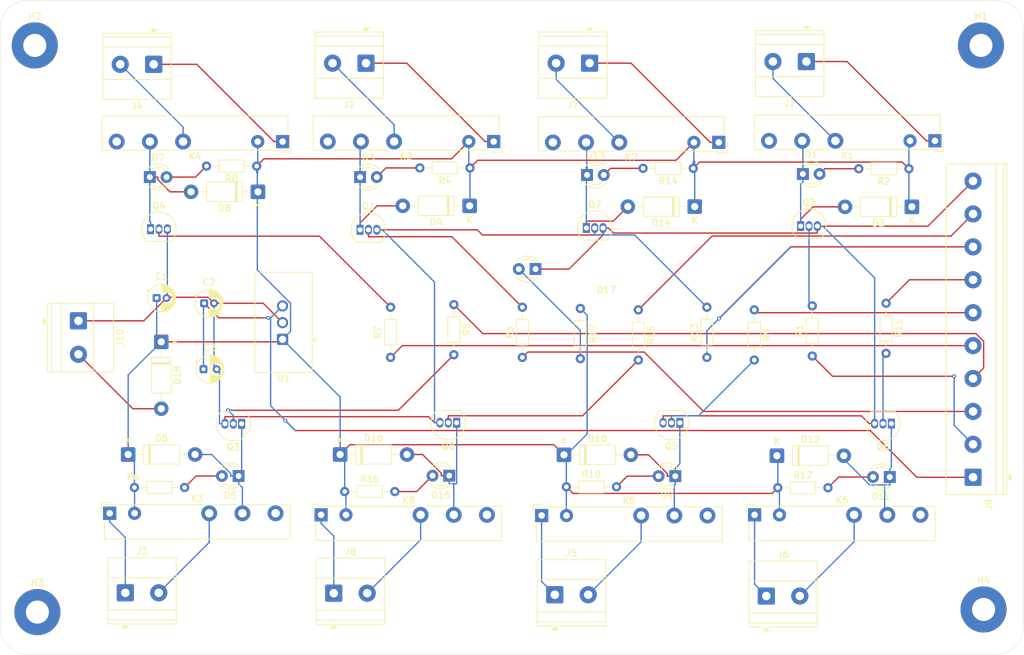
<source format=kicad_pcb>
(kicad_pcb (version 20241229) (generator "pcbnew") (generator_version "9.0")
  (layers (0 "F.Cu" signal) (2 "B.Cu" signal) (13 "F.Paste" user) (15 "B.Paste" user) (5 "F.SilkS" user "F.Silkscreen") (7 "B.SilkS" user "B.Silkscreen") (1 "F.Mask" user) (3 "B.Mask" user) (25 "Edge.Cuts" user))
  (net 0 "")
  (net 1 "+12V")
  (net 2 "GND")
  (net 3 "VCC")
  (net 4 "Net-(D1-A)")
  (net 5 "Net-(D1-K)")
  (net 6 "Net-(D3-A)")
  (net 7 "Net-(D3-K)")
  (net 8 "Net-(D5-A)")
  (net 9 "Net-(D5-K)")
  (net 10 "Net-(D7-A)")
  (net 11 "Net-(D7-K)")
  (net 12 "Net-(D10-A)")
  (net 13 "Net-(D9-A)")
  (net 14 "Net-(D11-A)")
  (net 15 "Net-(D11-K)")
  (net 16 "Net-(D13-K)")
  (net 17 "Net-(D13-A)")
  (net 18 "Net-(D15-K)")
  (net 19 "Net-(D15-A)")
  (net 20 "Net-(D17-A)")
  (net 21 "Net-(D18-A)")
  (net 22 "Net-(J1-Pin_1)")
  (net 23 "Net-(J1-Pin_2)")
  (net 24 "Net-(J2-Pin_2)")
  (net 25 "Net-(J2-Pin_1)")
  (net 26 "Net-(J3-Pin_1)")
  (net 27 "Net-(J3-Pin_2)")
  (net 28 "Net-(J4-Pin_1)")
  (net 29 "Net-(J4-Pin_2)")
  (net 30 "Net-(J5-Pin_1)")
  (net 31 "Net-(J5-Pin_2)")
  (net 32 "Net-(J6-Pin_1)")
  (net 33 "Net-(J6-Pin_2)")
  (net 34 "Net-(J7-Pin_2)")
  (net 35 "Net-(J7-Pin_1)")
  (net 36 "Net-(J8-Pin_2)")
  (net 37 "Net-(J8-Pin_1)")
  (net 38 "Relay1")
  (net 39 "Net-(J1-Pin_3)")
  (net 40 "Net-(J2-Pin_3)")
  (net 41 "Net-(J3-Pin_3)")
  (net 42 "Net-(J4-Pin_3)")
  (net 43 "Net-(J5-Pin_3)")
  (net 44 "Net-(J6-Pin_3)")
  (net 45 "Net-(J7-Pin_3)")
  (net 46 "Net-(J8-Pin_3)")
  (net 47 "Net-(Q1-B)")
  (net 48 "Net-(Q2-B)")
  (net 49 "Net-(Q3-B)")
  (net 50 "Net-(Q4-B)")
  (net 51 "Net-(Q5-B)")
  (net 52 "Net-(Q6-B)")
  (net 53 "Net-(Q7-B)")
  (net 54 "Net-(Q8-B)")
  (net 55 "Relay2")
  (net 56 "Relay3")
  (net 57 "Relay4")
  (net 58 "Relay5")
  (net 59 "Relay6")
  (net 60 "Relay7")
  (net 61 "Relay8")
  (footprint "Relay_THT:Relay_SPDT_Fujitsu_FTR-LYCA005x_FormC_Vertical" (layer "F.Cu") (at 158.3425 101.2675)
    (property "Reference" "K5")
    (property "Value" "Fujitsu_FTR-LYCA005x")
  )
  (footprint "LED_THT:LED_D3.0mm" (layer "F.Cu") (at 211.23 95.42 180)
    (property "Reference" "D11")
    (property "Value" "LED")
  )
  (footprint "Diode_THT:D_DO-41_SOD81_P10.16mm_Horizontal" (layer "F.Cu") (at 95.54 92)
    (property "Reference" "D6")
    (property "Value" "1N4007")
  )
  (footprint "TerminalBlock_Phoenix:TerminalBlock_Phoenix_MKDS-1,5-2-5.08_1x02_P5.08mm_Horizontal" (layer "F.Cu") (at 99.42 32.73 180)
    (property "Reference" "J4")
    (property "Value" "Screw_Terminal_01x03")
  )
  (footprint "Resistor_THT:R_Axial_DIN0204_L3.6mm_D1.6mm_P7.62mm_Horizontal" (layer "F.Cu") (at 96.49 97.01)
    (property "Reference" "R6")
    (property "Value" "330")
  )
  (footprint "Package_TO_SOT_THT:TO-92_Inline" (layer "F.Cu") (at 197.69 57.31)
    (property "Reference" "Q2")
    (property "Value" "BC547")
  )
  (footprint "Resistor_THT:R_Axial_DIN0204_L3.6mm_D1.6mm_P7.62mm_Horizontal" (layer "F.Cu") (at 181.38 48.53 180)
    (property "Reference" "R14")
    (property "Value" "330")
  )
  (footprint "TerminalBlock_Phoenix:TerminalBlock_Phoenix_MKDS-1,5-2-5.08_1x02_P5.08mm_Horizontal" (layer "F.Cu") (at 160.345 113.3025)
    (property "Reference" "J5")
    (property "Value" "Screw_Terminal_01x03")
  )
  (footprint "LED_THT:LED_D3.0mm" (layer "F.Cu") (at 178.65 95.29 180)
    (property "Reference" "D9")
    (property "Value" "LED")
  )
  (footprint "Resistor_THT:R_Axial_DIN0204_L3.6mm_D1.6mm_P7.62mm_Horizontal" (layer "F.Cu") (at 162.1 96.91)
    (property "Reference" "R10")
    (property "Value" "330")
  )
  (footprint "Diode_THT:D_DO-41_SOD81_P10.16mm_Horizontal" (layer "F.Cu") (at 214.59 54.38 180)
    (property "Reference" "D2")
    (property "Value" "1N4007")
  )
  (footprint "MountingHole:MountingHole_3.5mm_Pad" (layer "F.Cu") (at 225.48 115.54)
    (property "Reference" "H4")
    (property "Value" "MountingHole" (hide yes))
  )
  (footprint "Resistor_THT:R_Axial_DIN0204_L3.6mm_D1.6mm_P7.62mm_Horizontal" (layer "F.Cu") (at 155.42 77.25 90)
    (property "Reference" "R3")
    (property "Value" "1k")
  )
  (footprint "Resistor_THT:R_Axial_DIN0204_L3.6mm_D1.6mm_P7.62mm_Horizontal" (layer "F.Cu") (at 210.67 69.02 -90)
    (property "Reference" "R11")
    (property "Value" "1k")
  )
  (footprint "Package_TO_SOT_THT:TO-92_Inline" (layer "F.Cu") (at 179.34 87.18 180)
    (property "Reference" "Q5")
    (property "Value" "BC547")
  )
  (footprint "Diode_THT:D_DO-41_SOD81_P10.16mm_Horizontal" (layer "F.Cu") (at 194.09 92.18)
    (property "Reference" "D12")
    (property "Value" "1N4007")
  )
  (footprint "Diode_THT:D_DO-41_SOD81_P10.16mm_Horizontal" (layer "F.Cu") (at 161.74 92.05)
    (property "Reference" "D10")
    (property "Value" "1N4007")
  )
  (footprint "Relay_THT:Relay_SPDT_Fujitsu_FTR-LYCA005x_FormC_Vertical" (layer "F.Cu") (at 151.06 44.46 180)
    (property "Reference" "K2")
    (property "Value" "Fujitsu_FTR-LYCA005x")
  )
  (footprint "Package_TO_SOT_THT:TO-92_Inline" (layer "F.Cu") (at 112.78 87.33 180)
    (property "Reference" "Q3")
    (property "Value" "BC547")
  )
  (footprint "Diode_THT:D_DO-41_SOD81_P10.16mm_Horizontal" (layer "F.Cu") (at 100.57 74.89 -90)
    (property "Reference" "D18")
    (property "Value" "1N4007")
  )
  (footprint "Capacitor_THT:CP_Radial_D4.0mm_P1.50mm" (layer "F.Cu") (at 107.08 69.03)
    (property "Reference" "C2")
    (property "Value" "1uF")
  )
  (footprint "Resistor_THT:R_Axial_DIN0204_L3.6mm_D1.6mm_P7.62mm_Horizontal" (layer "F.Cu") (at 190.65 70.03 -90)
    (property "Reference" "R9")
    (property "Value" "1k")
  )
  (footprint "Resistor_THT:R_Axial_DIN0204_L3.6mm_D1.6mm_P7.62mm_Horizontal" (layer "F.Cu") (at 145.01 69.23 -90)
    (property "Reference" "R5")
    (property "Value" "1k")
  )
  (footprint "TerminalBlock_Phoenix:TerminalBlock_Phoenix_MKDS-1,5-2-5.08_1x02_P5.08mm_Horizontal" (layer "F.Cu") (at 131.665 32.5575 180)
    (property "Reference" "J2")
    (property "Value" "Screw_Terminal_01x03")
  )
  (footprint "Relay_THT:Relay_SPDT_Fujitsu_FTR-LYCA005x_FormC_Vertical" (layer "F.Cu") (at 190.6925 101.1675)
    (property "Reference" "K6")
    (property "Value" "Fujitsu_FTR-LYCA005x")
  )
  (footprint "Capacitor_THT:CP_Radial_D4.0mm_P2.00mm" (layer "F.Cu") (at 106.98 79.04)
    (property "Reference" "C3")
    (property "Value" "100uF")
  )
  (footprint "Resistor_THT:R_Axial_DIN0204_L3.6mm_D1.6mm_P7.62mm_Horizontal" (layer "F.Cu") (at 164.23 69.82 -90)
    (property "Reference" "R17")
    (property "Value" "1k")
  )
  (footprint "TerminalBlock_Phoenix:TerminalBlock_Phoenix_MKDS-1,5-2-5.08_1x02_P5.08mm_Horizontal" (layer "F.Cu") (at 198.565 32.3075 180)
    (property "Reference" "J1")
    (property "Value" "Screw_Terminal_01x03")
  )
  (footprint "Package_TO_SOT_THT:TO-92_Inline" (layer "F.Cu") (at 211.47 87.31 180)
    (property "Reference" "Q6")
    (property "Value" "BC547")
  )
  (footprint "MountingHole:MountingHole_3.5mm_Pad" (layer "F.Cu") (at 81.35 29.86)
    (property "Reference" "H2")
    (property "Value" "MountingHole" (hide yes))
  )
  (footprint "Converter_DCDC:Converter_DCDC_TRACO_TSR2-xxxx_THT" (layer "F.Cu") (at 118.99 74.51 180)
    (property "Reference" "U1")
    (property "Value" "TSR2-24120")
  )
  (footprint "Diode_THT:D_DO-41_SOD81_P10.16mm_Horizontal" (layer "F.Cu") (at 181.6 54.34 180)
    (property "Reference" "D14")
    (property "Value" "1N4007")
  )
  (footprint "Resistor_THT:R_Axial_DIN0204_L3.6mm_D1.6mm_P7.62mm_Horizontal" (layer "F.Cu") (at 214.14 48.59 180)
    (property "Reference" "R2")
    (property "Value" "330")
  )
  (footprint "TerminalBlock_Phoenix:TerminalBlock_Phoenix_MKDS-1,5-2-5.08_1x02_P5.08mm_Horizontal" (layer "F.Cu") (at 95.105 113.0125)
    (property "Reference" "J3")
    (property "Value" "Screw_Terminal_01x03")
  )
  (footprint "LED_THT:LED_D3.0mm" (layer "F.Cu") (at 130.77 49.86)
    (property "Reference" "D3")
    (property "Value" "LED")
  )
  (footprint "Diode_THT:D_DO-41_SOD81_P10.16mm_Horizontal" (layer "F.Cu") (at 147.41 54.23 180)
    (property "Reference" "D4")
    (property "Value" "1N4007")
  )
  (footprint "Capacitor_THT:CP_Radial_D4.0mm_P1.50mm" (layer "F.Cu") (at 99.87 68.23)
    (property "Reference" "C1")
    (property "Value" "1uF")
  )
  (footprint "Resistor_THT:R_Axial_DIN0204_L3.6mm_D1.6mm_P7.62mm_Horizontal" (layer "F.Cu") (at 173.04 70.03 -90)
    (property "Reference" "R15")
    (property "Value" "1k")
  )
  (footprint "TerminalBlock_Phoenix:TerminalBlock_Phoenix_MKDS-1,5-2-5.08_1x02_P5.08mm_Horizontal" (layer "F.Cu") (at 165.63 32.55 180)
    (property "Reference" "J7")
    (property "Value" "Screw_Terminal_01x03")
  )
  (footprint "LED_THT:LED_D3.0mm" (layer "F.Cu") (at 112.32 95.27 180)
    (property "Reference" "D5")
    (property "Value" "LED")
  )
  (footprint "Diode_THT:D_DO-41_SOD81_P10.16mm_Horizontal" (layer "F.Cu") (at 115.25 52.1 180)
    (property "Reference" "D8")
    (property "Value" "1N4007")
  )
  (footprint "Resistor_THT:R_Axial_DIN0204_L3.6mm_D1.6mm_P7.62mm_Horizontal" (layer "F.Cu") (at 135.4 77.25 90)
    (property "Reference" "R7")
    (property "Value" "1k")
  )
  (footprint "MountingHole:MountingHole_3.5mm_Pad" (layer "F.Cu") (at 225.08 29.86)
    (property "Reference" "H1")
    (property "Value" "MountingHole" (hide yes))
  )
  (footprint "Resistor_THT:R_Axial_DIN0204_L3.6mm_D1.6mm_P7.62mm_Horizontal" (layer "F.Cu") (at 147.46 48.47 180)
    (property "Reference" "R4")
    (property "Value" "330")
  )
  (footprint "LED_THT:LED_D3.0mm" (layer "F.Cu") (at 165.25 49.54)
    (property "Reference" "D13")
    (property "Value" "LED")
  )
  (footprint "Relay_THT:Relay_SPDT_Fujitsu_FTR-LYCA005x_FormC_Vertical" (layer "F.Cu") (at 185.2575 44.5925 180)
    (property "Reference" "K7")
    (property "Value" "Fujitsu_FTR-LYCA005x")
  )
  (footprint "Relay_THT:Relay_SPDT_Fujitsu_FTR-LYCA005x_FormC_Vertical" (layer "F.Cu") (at 119 44.47 180)
    (property "Reference" "K4")
    (property "Value" "Fujitsu_FTR-LYCA005x")
  )
  (footprint "LED_THT:LED_D3.0mm" (layer "F.Cu") (at 198.03 49.39)
    (property "Reference" "D1")
    (property "Value" "LED")
  )
  (footprint "Resistor_THT:R_Axial_DIN0204_L3.6mm_D1.6mm_P7.62mm_Horizontal" (layer "F.Cu") (at 128.43 97.63)
    (property "Reference" "R16")
    (property "Value" "330")
  )
  (footprint "TerminalBlock_Phoenix:TerminalBlock_Phoenix_MKDS-1,5-2-5.08_1x02_P5.08mm_Horizontal" (layer "F.Cu") (at 126.77 113.07)
    (property "Reference" "J8")
    (property "Value" "Screw_Terminal_01x03")
  )
  (footprint "Relay_THT:Relay_SPDT_Fujitsu_FTR-LYCA005x_FormC_Vertical" (layer "F.Cu") (at 92.73 100.93)
    (property "Reference" "K3")
    (property "Value" "Fujitsu_FTR-LYCA005x")
  )
  (footprint "LED_THT:LED_D3.0mm" (layer "F.Cu") (at 98.83 49.86)
    (property "Reference" "D7")
    (property "Value" "LED")
  )
  (footprint "Package_TO_SOT_THT:TO-92_Inline" (layer "F.Cu") (at 130.77 57.87)
    (property "Reference" "Q1")
    (property "Value" "BC547")
  )
  (footprint "TerminalBlock_Phoenix:TerminalBlock_Phoenix_MKDS-1,5-2-5.08_1x02_P5.08mm_Horizontal" (layer "F.Cu") (at 87.9875 71.695 -90)
    (property "Reference" "J10")
    (property "Value" "Screw_Terminal_01x02")
  )
  (footprint "Resistor_THT:R_Axial_DIN0204_L3.6mm_D1.6mm_P7.62mm_Horizontal" (layer "F.Cu") (at 199.46 77.04 90)
    (property "Reference" "R1")
    (property "Value" "1k")
  )
  (footprint "Package_TO_SOT_THT:TO-92_Inline" (layer "F.Cu") (at 145.44 87.17 180)
    (property "Reference" "Q8")
    (property "Value" "BC547")
  )
  (footprint "Package_TO_SOT_THT:TO-92_Inline" (layer "F.Cu") (at 165.14 57.6)
    (property "Reference" "Q7")
    (property "Value" "BC547")
  )
  (footprint "Relay_THT:Relay_SPDT_Fujitsu_FTR-LYCA005x_FormC_Vertical" (layer "F.Cu") (at 124.84 101.17)
    (property "Reference" "K8")
    (property "Value" "Fujitsu_FTR-LYCA005x")
  )
  (footprint "LED_THT:LED_D3.0mm" (layer "F.Cu") (at 157.42 63.83 180)
    (property "Reference" "D17")
    (property "Value" "LED")
  )
  (footprint "TerminalBlock_Phoenix:TerminalBlock_Phoenix_PT-1,5-10-5.0-H_1x10_P5.00mm_Horizontal" (layer "F.Cu") (at 223.88 95.46 90)
    (property "Reference" "J9")
    (property "Value" "Screw_Terminal_01x10")
  )
  (footprint "Resistor_THT:R_Axial_DIN0204_L3.6mm_D1.6mm_P7.62mm_Horizontal" (layer "F.Cu") (at 115.06 48.19 180)
    (property "Reference" "R8")
    (property "Value" "330")
  )
  (footprint "Package_TO_SOT_THT:TO-92_Inline" (layer "F.Cu") (at 98.95 57.78)
    (property "Reference" "Q4")
    (property "Value" "BC547")
  )
  (footprint "Resistor_THT:R_Axial_DIN0204_L3.6mm_D1.6mm_P7.62mm_Horizontal" (layer "F.Cu") (at 183.45 77.25 90)
    (property "Reference" "R13")
    (property "Value" "1k")
  )
  (footprint "Relay_THT:Relay_SPDT_Fujitsu_FTR-LYCA005x_FormC_Vertical" (layer "F.Cu") (at 218.09 44.35 180)
    (property "Reference" "K1")
    (property "Value" "Fujitsu_FTR-LYCA005x")
  )
  (footprint "LED_THT:LED_D3.0mm" (layer "F.Cu") (at 144.31 95.22 180)
    (property "Reference" "D15")
    (property "Value" "LED")
  )
  (footprint "MountingHole:MountingHole_3.5mm_Pad" (layer "F.Cu") (at 81.75 115.94)
    (property "Reference" "H3")
    (property "Value" "MountingHole" (hide yes))
  )
  (footprint "Resistor_THT:R_Axial_DIN0204_L3.6mm_D1.6mm_P7.62mm_Horizontal" (layer "F.Cu") (at 194.22 97.05)
    (property "Reference" "R12")
    (property "Value" "330")
  )
  (footprint "TerminalBlock_Phoenix:TerminalBlock_Phoenix_MKDS-1,5-2-5.08_1x02_P5.08mm_Horizontal" (layer "F.Cu") (at 192.48 113.5)
    (property "Reference" "J6")
    (property "Value" "Screw_Terminal_01x03")
  )
  (footprint "Diode_THT:D_DO-41_SOD81_P10.16mm_Horizontal" (layer "F.Cu") (at 127.74 92)
    (property "Reference" "D16")
    (property "Value" "1N4007")
  )
  (gr_line (start 80.15 23.06) (end 227.49 23.06) (stroke (width 0.05)) (layer "Edge.Cuts"))
  (gr_line (start 231.49 27.06) (end 231.49 118.35) (stroke (width 0.05)) (layer "Edge.Cuts"))
  (gr_arc (start 80.15 122.35) (mid 77.321573 121.178427) (end 76.15 118.35) (stroke (width 0.05)) (layer "Edge.Cuts"))
  (gr_line (start 76.15 118.35) (end 76.15 27.06) (stroke (width 0.05)) (layer "Edge.Cuts"))
  (gr_arc (start 231.49 118.35) (mid 230.318427 121.178427) (end 227.49 122.35) (stroke (width 0.05)) (layer "Edge.Cuts"))
  (gr_line (start 227.49 122.35) (end 80.15 122.35) (stroke (width 0.05)) (layer "Edge.Cuts"))
  (gr_arc (start 227.49 23.06) (mid 230.318427 24.231573) (end 231.49 27.06) (stroke (width 0.05)) (layer "Edge.Cuts"))
  (gr_arc (start 76.15 27.06) (mid 77.321573 24.231573) (end 80.15 23.06) (stroke (width 0.05)) (layer "Edge.Cuts"))
  (segment (start 182.3315 47.5785) (end 181.38 48.53) (width 0.2) (layer "F.Cu") (net 1))
  (segment (start 144.6556 47.0844) (end 116.1656 47.0844) (width 0.2) (layer "F.Cu") (net 1))
  (segment (start 214.14 48.59) (end 213.1285 47.5785) (width 0.2) (layer "F.Cu") (net 1))
  (segment (start 129.2265 90.5135) (end 160.2035 90.5135) (width 0.2) (layer "F.Cu") (net 1))
  (segment (start 213.1285 47.5785) (end 182.3315 47.5785) (width 0.2) (layer "F.Cu") (net 1))
  (segment (start 118.61 74.89) (end 118.99 74.51) (width 0.2) (layer "F.Cu") (net 1))
  (segment (start 163.1017 97.9117) (end 162.1 96.91) (width 0.2) (layer "F.Cu") (net 1))
  (segment (start 148.6216 47.3084) (end 147.46 48.47) (width 0.2) (layer "F.Cu") (net 1))
  (segment (start 100.57 74.89) (end 118.61 74.89) (width 0.2) (layer "F.Cu") (net 1))
  (segment (start 181.4775 44.5925) (end 178.7616 47.3084) (width 0.2) (layer "F.Cu") (net 1))
  (segment (start 194.22 97.05) (end 193.3583 97.9117) (width 0.2) (layer "F.Cu") (net 1))
  (segment (start 127.74 92) (end 129.2265 90.5135) (width 0.2) (layer "F.Cu") (net 1))
  (segment (start 116.1656 47.0844) (end 115.06 48.19) (width 0.2) (layer "F.Cu") (net 1))
  (segment (start 193.3583 97.9117) (end 163.1017 97.9117) (width 0.2) (layer "F.Cu") (net 1))
  (segment (start 178.7616 47.3084) (end 148.6216 47.3084) (width 0.2) (layer "F.Cu") (net 1))
  (segment (start 147.28 44.46) (end 144.6556 47.0844) (width 0.2) (layer "F.Cu") (net 1))
  (segment (start 160.2035 90.5135) (end 161.74 92.05) (width 0.2) (layer "F.Cu") (net 1))
  (segment (start 128.62 97.82) (end 128.62 101.17) (width 0.2) (layer "B.Cu") (net 1))
  (segment (start 127.74 92) (end 128.43 92.69) (width 0.2) (layer "B.Cu") (net 1))
  (segment (start 96.51 97.03) (end 96.49 97.01) (width 0.2) (layer "B.Cu") (net 1))
  (segment (start 115.25 52.1) (end 115.1616 52.0116) (width 0.2) (layer "B.Cu") (net 1))
  (segment (start 162.1 96.91) (end 162.1 92.05) (width 0.2) (layer "B.Cu") (net 1))
  (segment (start 99.87 68.23) (end 99.87 71.21) (width 0.2) (layer "B.Cu") (net 1))
  (segment (start 181.6 47.5394) (end 181.6 54.34) (width 0.2) (layer "B.Cu") (net 1))
  (segment (start 147.41 54.23) (end 147.46 54.18) (width 0.2) (layer "B.Cu") (net 1))
  (segment (start 115.06 49.1994) (end 115.1616 49.1994) (width 0.2) (layer "B.Cu") (net 1))
  (segment (start 194.22 97.05) (end 194.4725 97.3025) (width 0.2) (layer "B.Cu") (net 1))
  (segment (start 115.06 49.1994) (end 115.06 48.19) (width 0.2) (layer "B.Cu") (net 1))
  (segment (start 181.5416 47.481) (end 181.6 47.5394) (width 0.2) (layer "B.Cu") (net 1))
  (segment (start 147.28 48.29) (end 147.46 48.47) (width 0.2) (layer "B.Cu") (net 1))
  (segment (start 99.87 71.2513) (end 99.87 73.4553) (width 0.2) (layer "B.Cu") (net 1))
  (segment (start 214.59 54.38) (end 214.14 53.93) (width 0.2) (layer "B.Cu") (net 1))
  (segment (start 162.1 96.91) (end 162.1 101.245) (width 0.2) (layer "B.Cu") (net 1))
  (segment (start 181.4775 47.481) (end 181.4775 44.5925) (width 0.2) (layer "B.Cu") (net 1))
  (segment (start 194.22 92.31) (end 194.22 97.05) (width 0.2) (layer "B.Cu") (net 1))
  (segment (start 115.1616 52.0116) (end 115.1616 50.6055) (width 0.2) (layer "B.Cu") (net 1))
  (segment (start 96.49 92.95) (end 96.49 97.01) (width 0.2) (layer "B.Cu") (net 1))
  (segment (start 95.54 92) (end 96.49 92.95) (width 0.2) (layer "B.Cu") (net 1))
  (segment (start 100.57 74.89) (end 95.54 79.92) (width 0.2) (layer "B.Cu") (net 1))
  (segment (start 162.1 101.245) (end 162.1225 101.2675) (width 0.2) (layer "B.Cu") (net 1))
  (segment (start 115.1616 49.1994) (end 115.22 49.141) (width 0.2) (layer "B.Cu") (net 1))
  (segment (start 115.1616 50.6055) (end 115.1616 49.1994) (width 0.2) (layer "B.Cu") (net 1))
  (segment (start 181.38 48.53) (end 181.38 47.481) (width 0.2) (layer "B.Cu") (net 1))
  (segment (start 162.1 92.05) (end 165.2562 88.8938) (width 0.2) (layer "B.Cu") (net 1))
  (segment (start 127.74 83.26) (end 118.99 74.51) (width 0.2) (layer "B.Cu") (net 1))
  (segment (start 99.87 73.4553) (end 99.87 74.19) (width 0.2) (layer "B.Cu") (net 1))
  (segment (start 194.09 92.18) (end 194.22 92.31) (width 0.2) (layer "B.Cu") (net 1))
  (segment (start 147.46 54.18) (end 147.46 48.47) (width 0.2) (layer "B.Cu") (net 1))
  (segment (start 95.54 79.92) (end 95.54 92) (width 0.2) (layer "B.Cu") (net 1))
  (segment (start 120.2061 69.0173) (end 120.2061 73.2939) (width 0.2) (layer "B.Cu") (net 1))
  (segment (start 181.4775 47.481) (end 181.5416 47.481) (width 0.2) (layer "B.Cu") (net 1))
  (segment (start 127.74 92) (end 127.74 83.26) (width 0.2) (layer "B.Cu") (net 1))
  (segment (start 181.38 47.481) (end 181.4775 47.481) (width 0.2) (layer "B.Cu") (net 1))
  (segment (start 115.22 49.141) (end 115.22 44.47) (width 0.2) (layer "B.Cu") (net 1))
  (segment (start 147.28 44.46) (end 147.28 48.29) (width 0.2) (layer "B.Cu") (net 1))
  (segment (start 165.2562 70.8462) (end 164.23 69.82) (width 0.2) (layer "B.Cu") (net 1))
  (segment (start 115.1616 63.9728) (end 120.2061 69.0173) (width 0.2) (layer "B.Cu") (net 1))
  (segment (start 214.14 44.52) (end 214.31 44.35) (width 0.2) (layer "B.Cu") (net 1))
  (segment (start 194.4725 97.3025) (end 194.4725 101.1675) (width 0.2) (layer "B.Cu") (net 1))
  (segment (start 214.14 48.59) (end 214.14 44.52) (width 0.2) (layer "B.Cu") (net 1))
  (segment (start 128.43 97.63) (end 128.62 97.82) (width 0.2) (layer "B.Cu") (net 1))
  (segment (start 96.51 100.93) (end 96.51 97.03) (width 0.2) (layer "B.Cu") (net 1))
  (segment (start 115.1616 50.6055) (end 115.1616 63.9728) (width 0.2) (layer "B.Cu") (net 1))
  (segment (start 165.2562 88.8938) (end 165.2562 70.8462) (width 0.2) (layer "B.Cu") (net 1))
  (segment (start 120.2061 73.2939) (end 118.99 74.51) (width 0.2) (layer "B.Cu") (net 1))
  (segment (start 128.43 92.69) (end 128.43 97.63) (width 0.2) (layer "B.Cu") (net 1))
  (segment (start 99.87 74.19) (end 100.57 74.89) (width 0.2) (layer "B.Cu") (net 1))
  (segment (start 214.14 53.93) (end 214.14 48.59) (width 0.2) (layer "B.Cu") (net 1))
  (segment (start 161.74 92.05) (end 162.1 92.05) (width 0.2) (layer "B.Cu") (net 1))
  (segment (start 99.87 71.21) (end 99.87 71.2513) (width 0.2) (layer "B.Cu") (net 1))
  (segment (start 167.68 57.6) (end 167.68 58.5508) (width 0.2) (layer "F.Cu") (net 2))
  (segment (start 167.6785 58.6517) (end 149.3522 58.6517) (width 0.2) (layer "F.Cu") (net 2))
  (segment (start 101.37 68.23) (end 101.4847 68.1153) (width 0.2) (layer "F.Cu") (net 2))
  (segment (start 200.23 58.3617) (end 169.2684 58.3617) (width 0.2) (layer "F.Cu") (net 2))
  (segment (start 101.4847 68.1153) (end 107.6653 68.1153) (width 0.2) (layer "F.Cu") (net 2))
  (segment (start 116.05 69.03) (end 108.58 69.03) (width 0.2) (layer "F.Cu") (net 2))
  (segment (start 110.2631 86.2552) (end 141.1585 86.2552) (width 0.2) (layer "F.Cu") (net 2))
  (segment (start 208.93 87.31) (end 208.1033 87.31) (width 0.2) (layer "F.Cu") (net 2))
  (segment (start 141.1585 86.2552) (end 142.0733 87.17) (width 0.2) (layer "F.Cu") (net 2))
  (segment (start 162.5017 63.83) (end 167.68 58.6517) (width 0.2) (layer "F.Cu") (net 2))
  (segment (start 167.68 58.6502) (end 167.6785 58.6517) (width 0.2) (layer "F.Cu") (net 2))
  (segment (start 206.9216 86.1283) (end 208.1033 87.31) (width 0.2) (layer "F.Cu") (net 2))
  (segment (start 169.2684 58.3617) (end 168.5067 57.6) (width 0.2) (layer "F.Cu") (net 2))
  (segment (start 217.03 57.31) (end 200.23 57.31) (width 0.2) (layer "F.Cu") (net 2))
  (segment (start 167.68 58.6502) (end 167.68 58.6517) (width 0.2) (layer "F.Cu") (net 2))
  (segment (start 110.24 86.2783) (end 110.2631 86.2552) (width 0.2) (layer "F.Cu") (net 2))
  (segment (start 167.68 57.6) (end 168.5067 57.6) (width 0.2) (layer "F.Cu") (net 2))
  (segment (start 142.9 87.17) (end 142.0733 87.17) (width 0.2) (layer "F.Cu") (net 2))
  (segment (start 107.6653 68.1153) (end 108.58 69.03) (width 0.2) (layer "F.Cu") (net 2))
  (segment (start 200.23 57.31) (end 200.23 58.3617) (width 0.2) (layer "F.Cu") (net 2))
  (segment (start 118.99 71.97) (end 116.05 69.03) (width 0.2) (layer "F.Cu") (net 2))
  (segment (start 176.8 87.18) (end 176.8 86.1283) (width 0.2) (layer "F.Cu") (net 2))
  (segment (start 149.3522 58.6517) (end 148.5705 57.87) (width 0.2) (layer "F.Cu") (net 2))
  (segment (start 87.9875 71.695) (end 97.905 71.695) (width 0.2) (layer "F.Cu") (net 2))
  (segment (start 110.24 87.33) (end 110.24 86.2783) (width 0.2) (layer "F.Cu") (net 2))
  (segment (start 223.88 50.46) (end 217.03 57.31) (width 0.2) (layer "F.Cu") (net 2))
  (segment (start 148.5705 57.87) (end 133.31 57.87) (width 0.2) (layer "F.Cu") (net 2))
  (segment (start 157.42 63.83) (end 162.5017 63.83) (width 0.2) (layer "F.Cu") (net 2))
  (segment (start 167.68 58.5508) (end 167.68 58.6502) (width 0.2) (layer "F.Cu") (net 2))
  (segment (start 176.8 86.1283) (end 206.9216 86.1283) (width 0.2) (layer "F.Cu") (net 2))
  (segment (start 97.905 71.695) (end 101.37 68.23) (width 0.2) (layer "F.Cu") (net 2))
  (segment (start 108.58 78.64) (end 108.98 79.04) (width 0.2) (layer "B.Cu") (net 2))
  (segment (start 142.0733 87.17) (end 142.0733 65.8066) (width 0.2) (layer "B.Cu") (net 2))
  (segment (start 109.4133 79.4733) (end 108.98 79.04) (width 0.2) (layer "B.Cu") (net 2))
  (segment (start 110.24 87.33) (end 109.4133 87.33) (width 0.2) (layer "B.Cu") (net 2))
  (segment (start 101.49 57.78) (end 101.49 68.11) (width 0.2) (layer "B.Cu") (net 2))
  (segment (start 133.31 57.87) (end 134.1367 57.87) (width 0.2) (layer "B.Cu") (net 2))
  (segment (start 109.4133 87.33) (end 109.4133 79.4733) (width 0.2) (layer "B.Cu") (net 2))
  (segment (start 108.58 69.03) (end 108.58 78.64) (width 0.2) (layer "B.Cu") (net 2))
  (segment (start 208.93 65.1833) (end 201.0567 57.31) (width 0.2) (layer "B.Cu") (net 2))
  (segment (start 200.23 57.31) (end 201.0567 57.31) (width 0.2) (layer "B.Cu") (net 2))
  (segment (start 208.93 87.31) (end 208.93 65.1833) (width 0.2) (layer "B.Cu") (net 2))
  (segment (start 142.9 87.17) (end 142.0733 87.17) (width 0.2) (layer "B.Cu") (net 2))
  (segment (start 142.0733 65.8066) (end 134.1367 57.87) (width 0.2) (layer "B.Cu") (net 2))
  (segment (start 101.49 68.11) (end 101.37 68.23) (width 0.2) (layer "B.Cu") (net 2))
  (segment (start 119.4224 86.8569) (end 120.9257 88.3602) (width 0.2) (layer "F.Cu") (net 3))
  (segment (start 119.4224 86.8569) (end 119.4208 86.8569) (width 0.2) (layer "F.Cu") (net 3))
  (segment (start 120.9257 88.3602) (end 208.2425 88.3602) (width 0.2) (layer "F.Cu") (net 3))
  (segment (start 119.4208 86.8569) (end 119.4224 86.8569) (width 0.2) (layer "F.Cu") (net 3))
  (segment (start 120.9257 88.3602) (end 119.4224 86.8569) (width 0.2) (layer "F.Cu") (net 3))
  (segment (start 116.4312 71.2415) (end 116.8049 71.2415) (width 0.2) (layer "F.Cu") (net 3))
  (segment (start 116.4312 71.2415) (end 109.2915 71.2415) (width 0.2) (layer "F.Cu") (net 3))
  (segment (start 208.2425 88.3602) (end 215.3423 95.46) (width 0.2) (layer "F.Cu") (net 3))
  (segment (start 109.2915 71.2415) (end 107.08 69.03) (width 0.2) (layer "F.Cu") (net 3))
  (segment (start 215.3423 95.46) (end 223.88 95.46) (width 0.2) (layer "F.Cu") (net 3))
  (segment (start 119.4224 86.8569) (end 120.9257 88.3602) (width 0.2) (layer "F.Cu") (net 3))
  (via (at 119.4224 86.8569) (size 0.6) (drill 0.3) (layers "F.Cu" "B.Cu") (net 3))
  (via (at 116.8049 71.2415) (size 0.6) (drill 0.3) (layers "F.Cu" "B.Cu") (net 3))
  (segment (start 120.9257 88.3602) (end 119.4224 86.8569) (width 0.2) (layer "B.Cu") (net 3))
  (segment (start 117.1785 71.2415) (end 117.1785 84.613) (width 0.2) (layer "B.Cu") (net 3))
  (segment (start 107.08 69.03) (end 106.98 69.13) (width 0.2) (layer "B.Cu") (net 3))
  (segment (start 116.4312 71.2415) (end 116.8049 71.2415) (width 0.2) (layer "B.Cu") (net 3))
  (segment (start 117.1785 71.2415) (end 116.8049 71.2415) (width 0.2) (layer "B.Cu") (net 3))
  (segment (start 116.8049 71.2415) (end 116.4312 71.2415) (width 0.2) (layer "B.Cu") (net 3))
  (segment (start 118.99 69.43) (end 117.1785 71.2415) (width 0.2) (layer "B.Cu") (net 3))
  (segment (start 119.4208 86.8569) (end 119.4224 86.8569) (width 0.2) (layer "B.Cu") (net 3))
  (segment (start 106.98 69.13) (end 106.98 79.04) (width 0.2) (layer "B.Cu") (net 3))
  (segment (start 117.1785 84.613) (end 119.4224 86.8569) (width 0.2) (layer "B.Cu") (net 3))
  (segment (start 119.4224 86.8569) (end 119.4208 86.8569) (width 0.2) (layer "B.Cu") (net 3))
  (segment (start 119.4224 86.8569) (end 120.9257 88.3602) (width 0.2) (layer "B.Cu") (net 3))
  (segment (start 201.37 48.59) (end 200.57 49.39) (width 0.2) (layer "F.Cu") (net 4))
  (segment (start 206.52 48.59) (end 201.37 48.59) (width 0.2) (layer "F.Cu") (net 4))
  (segment (start 199.5683 54.38) (end 197.69 56.2583) (width 0.2) (layer "F.Cu") (net 5))
  (segment (start 204.43 54.38) (end 199.5683 54.38) (width 0.2) (layer "F.Cu") (net 5))
  (segment (start 197.69 57.31) (end 197.69 56.2583) (width 0.2) (layer "F.Cu") (net 5))
  (segment (start 197.69 50.9317) (end 198.03 50.5917) (width 0.2) (layer "B.Cu") (net 5))
  (segment (start 197.69 57.31) (end 197.69 50.9317) (width 0.2) (layer "B.Cu") (net 5))
  (segment (start 198.03 49.39) (end 198.03 44.45) (width 0.2) (layer "B.Cu") (net 5))
  (segment (start 198.03 44.45) (end 197.93 44.35) (width 0.2) (layer "B.Cu") (net 5))
  (segment (start 198.03 49.39) (end 198.03 50.5917) (width 0.2) (layer "B.Cu") (net 5))
  (segment (start 139.84 48.47) (end 134.7 48.47) (width 0.2) (layer "F.Cu") (net 6))
  (segment (start 134.7 48.47) (end 133.31 49.86) (width 0.2) (layer "F.Cu") (net 6))
  (segment (start 130.77 57.87) (end 130.77 56.8183) (width 0.2) (layer "F.Cu") (net 7))
  (segment (start 133.3583 54.23) (end 130.77 56.8183) (width 0.2) (layer "F.Cu") (net 7))
  (segment (start 137.25 54.23) (end 133.3583 54.23) (width 0.2) (layer "F.Cu") (net 7))
  (segment (start 130.77 44.59) (end 130.9 44.46) (width 0.2) (layer "B.Cu") (net 7))
  (segment (start 130.77 57.87) (end 130.77 49.86) (width 0.2) (layer "B.Cu") (net 7))
  (segment (start 130.77 49.86) (end 130.77 44.59) (width 0.2) (layer "B.Cu") (net 7))
  (segment (start 109.78 95.27) (end 105.85 95.27) (width 0.2) (layer "F.Cu") (net 8))
  (segment (start 105.85 95.27) (end 104.11 97.01) (width 0.2) (layer "F.Cu") (net 8))
  (segment (start 112.32 95.27) (end 111.1183 95.27) (width 0.2) (layer "B.Cu") (net 9))
  (segment (start 112.32 95.27) (end 112.32 95.8708) (width 0.2) (layer "B.Cu") (net 9))
  (segment (start 108.2238 92) (end 111.1183 94.8945) (width 0.2) (layer "B.Cu") (net 9))
  (segment (start 112.78 95.4108) (end 112.78 87.33) (width 0.2) (layer "B.Cu") (net 9))
  (segment (start 112.32 96.4717) (end 112.89 97.0417) (width 0.2) (layer "B.Cu") (net 9))
  (segment (start 111.1183 94.8945) (end 111.1183 95.27) (width 0.2) (layer "B.Cu") (net 9))
  (segment (start 112.32 95.8708) (end 112.78 95.4108) (width 0.2) (layer "B.Cu") (net 9))
  (segment (start 112.89 97.0417) (end 112.89 100.93) (width 0.2) (layer "B.Cu") (net 9))
  (segment (start 112.32 95.8708) (end 112.32 96.4717) (width 0.2) (layer "B.Cu") (net 9))
  (segment (start 105.7 92) (end 108.2238 92) (width 0.2) (layer "B.Cu") (net 9))
  (segment (start 105.77 49.86) (end 107.44 48.19) (width 0.2) (layer "F.Cu") (net 10))
  (segment (start 101.37 49.86) (end 105.77 49.86) (width 0.2) (layer "F.Cu") (net 10))
  (segment (start 98.83 49.86) (end 100.0317 49.86) (width 0.2) (layer "F.Cu") (net 11))
  (segment (start 100.0317 50.2355) (end 101.8962 52.1) (width 0.2) (layer "F.Cu") (net 11))
  (segment (start 101.8962 52.1) (end 105.09 52.1) (width 0.2) (layer "F.Cu") (net 11))
  (segment (start 100.0317 49.86) (end 100.0317 50.2355) (width 0.2) (layer "F.Cu") (net 11))
  (segment (start 98.83 44.48) (end 98.84 44.47) (width 0.2) (layer "B.Cu") (net 11))
  (segment (start 98.83 56.6083) (end 98.83 49.86) (width 0.2) (layer "B.Cu") (net 11))
  (segment (start 98.95 57.78) (end 98.95 56.7283) (width 0.2) (layer "B.Cu") (net 11))
  (segment (start 98.95 56.7283) (end 98.83 56.6083) (width 0.2) (layer "B.Cu") (net 11))
  (segment (start 98.83 49.86) (end 98.83 44.48) (width 0.2) (layer "B.Cu") (net 11))
  (segment (start 177.4483 94.9145) (end 177.4483 95.29) (width 0.2) (layer "F.Cu") (net 12))
  (segment (start 178.65 95.29) (end 177.4483 95.29) (width 0.2) (layer "F.Cu") (net 12))
  (segment (start 171.9 92.05) (end 174.5838 92.05) (width 0.2) (layer "F.Cu") (net 12))
  (segment (start 174.5838 92.05) (end 177.4483 94.9145) (width 0.2) (layer "F.Cu") (net 12))
  (segment (start 178.65 95.29) (end 178.65 94.0883) (width 0.2) (layer "B.Cu") (net 12))
  (segment (start 178.5025 96.6392) (end 178.65 96.4917) (width 0.2) (layer "B.Cu") (net 12))
  (segment (start 179.34 93.3983) (end 178.65 94.0883) (width 0.2) (layer "B.Cu") (net 12))
  (segment (start 178.65 95.29) (end 178.65 96.4917) (width 0.2) (layer "B.Cu") (net 12))
  (segment (start 179.34 87.18) (end 179.34 93.3983) (width 0.2) (layer "B.Cu") (net 12))
  (segment (start 178.5025 101.2675) (end 178.5025 96.6392) (width 0.2) (layer "B.Cu") (net 12))
  (segment (start 171.34 95.29) (end 176.11 95.29) (width 0.2) (layer "F.Cu") (net 13))
  (segment (start 169.72 96.91) (end 171.34 95.29) (width 0.2) (layer "F.Cu") (net 13))
  (segment (start 208.69 95.42) (end 203.47 95.42) (width 0.2) (layer "F.Cu") (net 14))
  (segment (start 203.47 95.42) (end 201.84 97.05) (width 0.2) (layer "F.Cu") (net 14))
  (segment (start 208.1748 96.6265) (end 210.447 96.6265) (width 0.2) (layer "B.Cu") (net 15))
  (segment (start 211.47 93.9783) (end 211.47 87.31) (width 0.2) (layer "B.Cu") (net 15))
  (segment (start 210.447 100.7207) (end 210.447 100.762) (width 0.2) (layer "B.Cu") (net 15))
  (segment (start 211.23 95.42) (end 211.23 94.2183) (width 0.2) (layer "B.Cu") (net 15))
  (segment (start 210.4518 96.6217) (end 210.447 96.6265) (width 0.2) (layer "B.Cu") (net 15))
  (segment (start 211.23 94.2183) (end 211.47 93.9783) (width 0.2) (layer "B.Cu") (net 15))
  (segment (start 204.25 92.18) (end 204.25 92.7017) (width 0.2) (layer "B.Cu") (net 15))
  (segment (start 210.447 96.6265) (end 210.447 100.7207) (width 0.2) (layer "B.Cu") (net 15))
  (segment (start 204.25 92.7017) (end 208.1748 96.6265) (width 0.2) (layer "B.Cu") (net 15))
  (segment (start 211.23 95.42) (end 211.23 96.6217) (width 0.2) (layer "B.Cu") (net 15))
  (segment (start 210.447 100.762) (end 210.8525 101.1675) (width 0.2) (layer "B.Cu") (net 15))
  (segment (start 211.23 96.6217) (end 210.4518 96.6217) (width 0.2) (layer "B.Cu") (net 15))
  (segment (start 169.2317 56.5483) (end 165.14 56.5483) (width 0.2) (layer "F.Cu") (net 16))
  (segment (start 171.44 54.34) (end 169.2317 56.5483) (width 0.2) (layer "F.Cu") (net 16))
  (segment (start 165.14 57.6) (end 165.14 56.5483) (width 0.2) (layer "F.Cu") (net 16))
  (segment (start 165.25 49.54) (end 165.25 48.3082) (width 0.2) (layer "B.Cu") (net 16))
  (segment (start 165.1984 48.3082) (end 165.1984 44.6934) (width 0.2) (layer "B.Cu") (net 16))
  (segment (start 165.1984 48.3082) (end 165.14 48.3666) (width 0.2) (layer "B.Cu") (net 16))
  (segment (start 165.25 48.3082) (end 165.1984 48.3082) (width 0.2) (layer "B.Cu") (net 16))
  (segment (start 165.14 48.3666) (end 165.14 57.6) (width 0.2) (layer "B.Cu") (net 16))
  (segment (start 165.1984 44.6934) (end 165.0975 44.5925) (width 0.2) (layer "B.Cu") (net 16))
  (segment (start 168.8 48.53) (end 167.79 49.54) (width 0.2) (layer "F.Cu") (net 17))
  (segment (start 173.76 48.53) (end 168.8 48.53) (width 0.2) (layer "F.Cu") (net 17))
  (segment (start 140.2638 92) (end 143.1083 94.8445) (width 0.2) (layer "F.Cu") (net 18))
  (segment (start 137.9 92) (end 140.2638 92) (width 0.2) (layer "F.Cu") (net 18))
  (segment (start 143.1083 94.8445) (end 143.1083 95.22) (width 0.2) (layer "F.Cu") (net 18))
  (segment (start 144.31 95.22) (end 143.1083 95.22) (width 0.2) (layer "F.Cu") (net 18))
  (segment (start 145.44 96.3803) (end 145.44 87.17) (width 0.2) (layer "B.Cu") (net 18))
  (segment (start 144.31 96.4387) (end 145 96.4387) (width 0.2) (layer "B.Cu") (net 18))
  (segment (start 145.3816 96.4387) (end 145.44 96.3803) (width 0.2) (layer "B.Cu") (net 18))
  (segment (start 145 96.4387) (end 145 101.17) (width 0.2) (layer "B.Cu") (net 18))
  (segment (start 145 96.4387) (end 145.3816 96.4387) (width 0.2) (layer "B.Cu") (net 18))
  (segment (start 144.31 95.22) (end 144.31 96.4387) (width 0.2) (layer "B.Cu") (net 18))
  (segment (start 139.36 97.63) (end 141.77 95.22) (width 0.2) (layer "F.Cu") (net 19))
  (segment (start 136.05 97.63) (end 139.36 97.63) (width 0.2) (layer "F.Cu") (net 19))
  (segment (start 154.88 63.83) (end 164.23 73.18) (width 0.2) (layer "B.Cu") (net 20))
  (segment (start 164.23 73.18) (end 164.23 77.44) (width 0.2) (layer "B.Cu") (net 20))
  (segment (start 96.2625 85.05) (end 87.9875 76.775) (width 0.2) (layer "F.Cu") (net 21))
  (segment (start 100.57 85.05) (end 96.2625 85.05) (width 0.2) (layer "F.Cu") (net 21))
  (segment (start 218.09 44.35) (end 216.7883 44.35) (width 0.2) (layer "F.Cu") (net 22))
  (segment (start 216.7883 44.35) (end 204.7458 32.3075) (width 0.2) (layer "F.Cu") (net 22))
  (segment (start 204.7458 32.3075) (end 198.565 32.3075) (width 0.2) (layer "F.Cu") (net 22))
  (segment (start 193.485 32.3075) (end 193.485 34.865) (width 0.2) (layer "B.Cu") (net 23))
  (segment (start 193.485 34.865) (end 202.97 44.35) (width 0.2) (layer "B.Cu") (net 23))
  (segment (start 135.94 41.9125) (end 135.94 44.46) (width 0.2) (layer "B.Cu") (net 24))
  (segment (start 126.585 32.5575) (end 135.94 41.9125) (width 0.2) (layer "B.Cu") (net 24))
  (segment (start 151.06 44.46) (end 149.7583 44.46) (width 0.2) (layer "F.Cu") (net 25))
  (segment (start 137.8558 32.5575) (end 149.7583 44.46) (width 0.2) (layer "F.Cu") (net 25))
  (segment (start 131.665 32.5575) (end 137.8558 32.5575) (width 0.2) (layer "F.Cu") (net 25))
  (segment (start 95.105 113.0125) (end 95.105 104.6067) (width 0.2) (layer "B.Cu") (net 26))
  (segment (start 95.105 104.6067) (end 92.73 102.2317) (width 0.2) (layer "B.Cu") (net 26))
  (segment (start 92.73 100.93) (end 92.73 102.2317) (width 0.2) (layer "B.Cu") (net 26))
  (segment (start 100.185 113.0125) (end 107.85 105.3475) (width 0.2) (layer "B.Cu") (net 27))
  (segment (start 107.85 105.3475) (end 107.85 100.93) (width 0.2) (layer "B.Cu") (net 27))
  (segment (start 105.9583 32.73) (end 99.42 32.73) (width 0.2) (layer "F.Cu") (net 28))
  (segment (start 117.6983 44.47) (end 105.9583 32.73) (width 0.2) (layer "F.Cu") (net 28))
  (segment (start 119 44.47) (end 117.6983 44.47) (width 0.2) (layer "F.Cu") (net 28))
  (segment (start 94.34 32.73) (end 103.88 42.27) (width 0.2) (layer "B.Cu") (net 29))
  (segment (start 103.88 42.27) (end 103.88 44.47) (width 0.2) (layer "B.Cu") (net 29))
  (segment (start 158.3425 111.3) (end 158.3425 101.2675) (width 0.2) (layer "B.Cu") (net 30))
  (segment (start 160.345 113.3025) (end 158.3425 111.3) (width 0.2) (layer "B.Cu") (net 30))
  (segment (start 173.4625 105.265) (end 173.4625 101.2675) (width 0.2) (layer "B.Cu") (net 31))
  (segment (start 165.425 113.3025) (end 173.4625 105.265) (width 0.2) (layer "B.Cu") (net 31))
  (segment (start 192.48 113.5) (end 190.6925 111.7125) (width 0.2) (layer "B.Cu") (net 32))
  (segment (start 190.6925 111.7125) (end 190.6925 101.1675) (width 0.2) (layer "B.Cu") (net 32))
  (segment (start 205.8125 101.1675) (end 205.8125 105.2475) (width 0.2) (layer "B.Cu") (net 33))
  (segment (start 205.8125 105.2475) (end 197.56 113.5) (width 0.2) (layer "B.Cu") (net 33))
  (segment (start 160.55 32.55) (end 160.55 35.005) (width 0.2) (layer "B.Cu") (net 34))
  (segment (start 160.55 35.005) (end 170.1375 44.5925) (width 0.2) (layer "B.Cu") (net 34))
  (segment (start 183.9558 44.5925) (end 171.9133 32.55) (width 0.2) (layer "F.Cu") (net 35))
  (segment (start 185.2575 44.5925) (end 183.9558 44.5925) (width 0.2) (layer "F.Cu") (net 35))
  (segment (start 171.9133 32.55) (end 165.63 32.55) (width 0.2) (layer "F.Cu") (net 35))
  (segment (start 131.85 113.07) (end 139.96 104.96) (width 0.2) (layer "B.Cu") (net 36))
  (segment (start 139.96 104.96) (end 139.96 101.17) (width 0.2) (layer "B.Cu") (net 36))
  (segment (start 124.84 102.4717) (end 126.77 104.4017) (width 0.2) (layer "B.Cu") (net 37))
  (segment (start 124.84 101.17) (end 124.84 102.4717) (width 0.2) (layer "B.Cu") (net 37))
  (segment (start 126.77 104.4017) (end 126.77 113.07) (width 0.2) (layer "B.Cu") (net 37))
  (segment (start 202.5331 80.1131) (end 199.46 77.04) (width 0.2) (layer "F.Cu") (net 38))
  (segment (start 221.0108 80.1131) (end 202.5331 80.1131) (width 0.2) (layer "F.Cu") (net 38))
  (via (at 221.0108 80.1131) (size 0.6) (drill 0.3) (layers "F.Cu" "B.Cu") (net 38))
  (segment (start 221.0108 87.5908) (end 221.0108 80.1131) (width 0.2) (layer "B.Cu") (net 38))
  (segment (start 223.88 90.46) (end 221.0108 87.5908) (width 0.2) (layer "B.Cu") (net 38))
  (segment (start 132.04 57.87) (end 132.04 58.9217) (width 0.2) (layer "F.Cu") (net 47))
  (segment (start 155.42 69.63) (end 144.7117 58.9217) (width 0.2) (layer "F.Cu") (net 47))
  (segment (start 144.7117 58.9217) (end 132.04 58.9217) (width 0.2) (layer "F.Cu") (net 47))
  (segment (start 198.96 57.31) (end 198.96 68.92) (width 0.2) (layer "B.Cu") (net 48))
  (segment (start 198.96 68.92) (end 199.46 69.42) (width 0.2) (layer "B.Cu") (net 48))
  (segment (start 111.8335 85.2823) (end 110.7289 85.2823) (width 0.2) (layer "F.Cu") (net 49))
  (segment (start 110.7289 85.2823) (end 136.5777 85.2823) (width 0.2) (layer "F.Cu") (net 49))
  (segment (start 136.5777 85.2823) (end 145.01 76.85) (width 0.2) (layer "F.Cu") (net 49))
  (segment (start 110.7289 85.2823) (end 111.8335 85.2823) (width 0.2) (layer "F.Cu") (net 49))
  (via (at 110.7289 85.2823) (size 0.6) (drill 0.3) (layers "F.Cu" "B.Cu") (net 49))
  (segment (start 111.51 87.33) (end 111.51 86.0634) (width 0.2) (layer "B.Cu") (net 49))
  (segment (start 111.51 86.0634) (end 110.7289 85.2823) (width 0.2) (layer "B.Cu") (net 49))
  (segment (start 111.8335 85.2823) (end 110.7289 85.2823) (width 0.2) (layer "B.Cu") (net 49))
  (segment (start 110.7289 85.2823) (end 111.8335 85.2823) (width 0.2) (layer "B.Cu") (net 49))
  (segment (start 100.22 57.78) (end 100.22 58.8317) (width 0.2) (layer "F.Cu") (net 50))
  (segment (start 100.22 58.8317) (end 124.6017 58.8317) (width 0.2) (layer "F.Cu") (net 50))
  (segment (start 124.6017 58.8317) (end 135.4 69.63) (width 0.2) (layer "F.Cu") (net 50))
  (segment (start 182.1717 86.1283) (end 190.65 77.65) (width 0.2) (layer "B.Cu") (net 51))
  (segment (start 178.07 87.18) (end 178.07 86.1283) (width 0.2) (layer "B.Cu") (net 51))
  (segment (start 178.07 86.1283) (end 182.1717 86.1283) (width 0.2) (layer "B.Cu") (net 51))
  (segment (start 210.2 87.31) (end 210.2 77.11) (width 0.2) (layer "B.Cu") (net 52))
  (segment (start 210.2 77.11) (end 210.67 76.64) (width 0.2) (layer "B.Cu") (net 52))
  (segment (start 166.41 57.6) (end 166.41 58.6517) (width 0.2) (layer "B.Cu") (net 53))
  (segment (start 166.41 58.6517) (end 172.4717 58.6517) (width 0.2) (layer "B.Cu") (net 53))
  (segment (start 172.4717 58.6517) (end 183.45 69.63) (width 0.2) (layer "B.Cu") (net 53))
  (segment (start 164.5717 86.1183) (end 144.17 86.1183) (width 0.2) (layer "F.Cu") (net 54))
  (segment (start 144.17 87.17) (end 144.17 86.1183) (width 0.2) (layer "F.Cu") (net 54))
  (segment (start 173.04 77.65) (end 164.5717 86.1183) (width 0.2) (layer "F.Cu") (net 54))
  (segment (start 182.9508 85.46) (end 173.9281 76.4373) (width 0.2) (layer "F.Cu") (net 55))
  (segment (start 173.9281 76.4373) (end 156.2327 76.4373) (width 0.2) (layer "F.Cu") (net 55))
  (segment (start 223.88 85.46) (end 182.9508 85.46) (width 0.2) (layer "F.Cu") (net 55))
  (segment (start 156.2327 76.4373) (end 155.42 77.25) (width 0.2) (layer "F.Cu") (net 55))
  (segment (start 225.4885 74.8016) (end 225.4885 78.8515) (width 0.2) (layer "F.Cu") (net 56))
  (segment (start 224.3172 73.6303) (end 225.4885 74.8016) (width 0.2) (layer "F.Cu") (net 56))
  (segment (start 225.4885 78.8515) (end 223.88 80.46) (width 0.2) (layer "F.Cu") (net 56))
  (segment (start 149.4103 73.6303) (end 224.3172 73.6303) (width 0.2) (layer "F.Cu") (net 56))
  (segment (start 145.01 69.23) (end 149.4103 73.6303) (width 0.2) (layer "F.Cu") (net 56))
  (segment (start 223.88 75.46) (end 137.19 75.46) (width 0.2) (layer "F.Cu") (net 57))
  (segment (start 137.19 75.46) (end 135.4 77.25) (width 0.2) (layer "F.Cu") (net 57))
  (segment (start 191.08 70.46) (end 223.88 70.46) (width 0.2) (layer "F.Cu") (net 58))
  (segment (start 190.65 70.03) (end 191.08 70.46) (width 0.2) (layer "F.Cu") (net 58))
  (segment (start 214.23 65.46) (end 210.67 69.02) (width 0.2) (layer "F.Cu") (net 59))
  (segment (start 223.88 65.46) (end 214.23 65.46) (width 0.2) (layer "F.Cu") (net 59))
  (segment (start 196.187 60.46) (end 185.2835 71.3635) (width 0.2) (layer "F.Cu") (net 60))
  (segment (start 223.88 60.46) (end 196.187 60.46) (width 0.2) (layer "F.Cu") (net 60))
  (segment (start 185.2835 71.3635) (end 196.187 60.46) (width 0.2) (layer "F.Cu") (net 60))
  (segment (start 196.187 60.46) (end 185.2835 71.3635) (width 0.2) (layer "F.Cu") (net 60))
  (via (at 185.2835 71.3635) (size 0.6) (drill 0.3) (layers "F.Cu" "B.Cu") (net 60))
  (segment (start 183.45 73.197) (end 183.45 77.25) (width 0.2) (layer "B.Cu") (net 60))
  (segment (start 185.2835 71.3635) (end 183.45 73.197) (width 0.2) (layer "B.Cu") (net 60))
  (segment (start 196.187 60.46) (end 185.2835 71.3635) (width 0.2) (layer "B.Cu") (net 60))
  (segment (start 185.2835 71.3635) (end 196.187 60.46) (width 0.2) (layer "B.Cu") (net 60))
  (segment (start 173.04 70.03) (end 184.2535 58.8165) (width 0.2) (layer "F.Cu") (net 61))
  (segment (start 220.5236 58.8165) (end 220.5236 58.8164) (width 0.2) (layer "F.Cu") (net 61))
  (segment (start 184.2535 58.8165) (end 220.5236 58.8165) (width 0.2) (layer "F.Cu") (net 61))
  (segment (start 220.5236 58.8164) (end 223.88 55.46) (width 0.2) (layer "F.Cu") (net 61))
)
</source>
